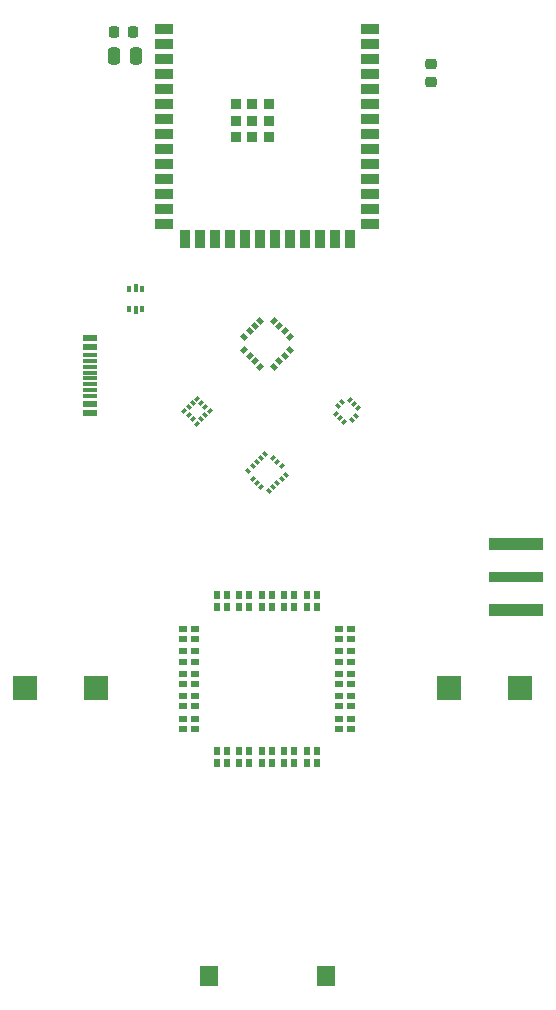
<source format=gbr>
%TF.GenerationSoftware,KiCad,Pcbnew,7.0.1*%
%TF.CreationDate,2024-01-06T20:51:44-05:00*%
%TF.ProjectId,Io-v2-Board,496f2d76-322d-4426-9f61-72642e6b6963,rev?*%
%TF.SameCoordinates,Original*%
%TF.FileFunction,Paste,Top*%
%TF.FilePolarity,Positive*%
%FSLAX46Y46*%
G04 Gerber Fmt 4.6, Leading zero omitted, Abs format (unit mm)*
G04 Created by KiCad (PCBNEW 7.0.1) date 2024-01-06 20:51:44*
%MOMM*%
%LPD*%
G01*
G04 APERTURE LIST*
G04 Aperture macros list*
%AMRoundRect*
0 Rectangle with rounded corners*
0 $1 Rounding radius*
0 $2 $3 $4 $5 $6 $7 $8 $9 X,Y pos of 4 corners*
0 Add a 4 corners polygon primitive as box body*
4,1,4,$2,$3,$4,$5,$6,$7,$8,$9,$2,$3,0*
0 Add four circle primitives for the rounded corners*
1,1,$1+$1,$2,$3*
1,1,$1+$1,$4,$5*
1,1,$1+$1,$6,$7*
1,1,$1+$1,$8,$9*
0 Add four rect primitives between the rounded corners*
20,1,$1+$1,$2,$3,$4,$5,0*
20,1,$1+$1,$4,$5,$6,$7,0*
20,1,$1+$1,$6,$7,$8,$9,0*
20,1,$1+$1,$8,$9,$2,$3,0*%
%AMRotRect*
0 Rectangle, with rotation*
0 The origin of the aperture is its center*
0 $1 length*
0 $2 width*
0 $3 Rotation angle, in degrees counterclockwise*
0 Add horizontal line*
21,1,$1,$2,0,0,$3*%
G04 Aperture macros list end*
%ADD10RoundRect,0.225000X0.225000X0.250000X-0.225000X0.250000X-0.225000X-0.250000X0.225000X-0.250000X0*%
%ADD11RoundRect,0.250000X0.250000X0.475000X-0.250000X0.475000X-0.250000X-0.475000X0.250000X-0.475000X0*%
%ADD12R,1.150000X0.300000*%
%ADD13R,1.150000X0.600000*%
%ADD14R,1.500000X1.700000*%
%ADD15R,2.000000X2.000000*%
%ADD16R,0.375000X0.500000*%
%ADD17R,0.300000X0.650000*%
%ADD18R,0.720000X0.580000*%
%ADD19R,0.580000X0.720000*%
%ADD20RotRect,0.406400X0.508000X45.000000*%
%ADD21RotRect,0.406400X0.508000X315.000000*%
%ADD22RotRect,0.376682X0.351536X225.000000*%
%ADD23RotRect,0.376682X0.351536X315.000000*%
%ADD24RoundRect,0.218750X0.256250X-0.218750X0.256250X0.218750X-0.256250X0.218750X-0.256250X-0.218750X0*%
%ADD25RotRect,0.355600X0.457200X45.000000*%
%ADD26RotRect,0.355600X0.457200X315.000000*%
%ADD27R,1.498600X0.889000*%
%ADD28R,0.889000X1.498600*%
%ADD29R,0.889000X0.889000*%
%ADD30RotRect,0.351536X0.376682X45.000000*%
%ADD31RotRect,0.351536X0.376682X315.000000*%
%ADD32R,4.560000X1.000000*%
%ADD33R,4.560000X0.850000*%
G04 APERTURE END LIST*
D10*
%TO.C,C19*%
X105042000Y-36703000D03*
X103492000Y-36703000D03*
%TD*%
D11*
%TO.C,C13*%
X105344000Y-38735000D03*
X103444000Y-38735000D03*
%TD*%
D12*
%TO.C,J2*%
X101402000Y-64005000D03*
X101402000Y-65005000D03*
X101402000Y-66505000D03*
X101402000Y-67505000D03*
D13*
X101402000Y-68155000D03*
X101402000Y-68955000D03*
D12*
X101402000Y-67005000D03*
X101402000Y-66005000D03*
X101402000Y-65505000D03*
X101402000Y-64505000D03*
D13*
X101402000Y-63355000D03*
X101402000Y-62555000D03*
%TD*%
D14*
%TO.C,LS1*%
X111509000Y-116586000D03*
X121409000Y-116586000D03*
%TD*%
D15*
%TO.C,S1*%
X131795000Y-92202000D03*
X137795000Y-92202000D03*
%TD*%
D16*
%TO.C,U5*%
X104745500Y-60159000D03*
D17*
X105283000Y-60234000D03*
D16*
X105820500Y-60159000D03*
X105820500Y-58459000D03*
D17*
X105283000Y-58384000D03*
D16*
X104745500Y-58459000D03*
%TD*%
D18*
%TO.C,U9*%
X123505000Y-95669000D03*
X123505000Y-94819000D03*
X123505000Y-93769000D03*
X123505000Y-92919000D03*
X123505000Y-91869000D03*
X123505000Y-91019000D03*
X123505000Y-89969000D03*
X123505000Y-89119000D03*
X123505000Y-88069000D03*
X123505000Y-87219000D03*
X122505000Y-95669000D03*
X122505000Y-94819000D03*
X122505000Y-93769000D03*
X122505000Y-92919000D03*
X122505000Y-91869000D03*
X122505000Y-91019000D03*
X122505000Y-89969000D03*
X122505000Y-89119000D03*
X122505000Y-88069000D03*
X122505000Y-87219000D03*
D19*
X120630000Y-98544000D03*
X120630000Y-97544000D03*
X120630000Y-85344000D03*
X120630000Y-84344000D03*
X119780000Y-98544000D03*
X119780000Y-97544000D03*
X119780000Y-85344000D03*
X119780000Y-84344000D03*
X118730000Y-98544000D03*
X118730000Y-97544000D03*
X118730000Y-85344000D03*
X118730000Y-84344000D03*
X117880000Y-98544000D03*
X117880000Y-97544000D03*
X117880000Y-85344000D03*
X117880000Y-84344000D03*
X116830000Y-98544000D03*
X116830000Y-97544000D03*
X116830000Y-85344000D03*
X116830000Y-84344000D03*
X115980000Y-98544000D03*
X115980000Y-97544000D03*
X115980000Y-85344000D03*
X115980000Y-84344000D03*
X114930000Y-98544000D03*
X114930000Y-97544000D03*
X114930000Y-85344000D03*
X114930000Y-84344000D03*
X114080000Y-98544000D03*
X114080000Y-97544000D03*
X114080000Y-85344000D03*
X114080000Y-84344000D03*
X113030000Y-98544000D03*
X113030000Y-97544000D03*
X113030000Y-85344000D03*
X113030000Y-84344000D03*
X112180000Y-98544000D03*
X112180000Y-97544000D03*
X112180000Y-85344000D03*
X112180000Y-84344000D03*
D18*
X110305000Y-95669000D03*
X110305000Y-94819000D03*
X110305000Y-93769000D03*
X110305000Y-92919000D03*
X110305000Y-91869000D03*
X110305000Y-91019000D03*
X110305000Y-89969000D03*
X110305000Y-89119000D03*
X110305000Y-88069000D03*
X110305000Y-87219000D03*
X109305000Y-95669000D03*
X109305000Y-94819000D03*
X109305000Y-93769000D03*
X109305000Y-92919000D03*
X109305000Y-91869000D03*
X109305000Y-91019000D03*
X109305000Y-89969000D03*
X109305000Y-89119000D03*
X109305000Y-88069000D03*
X109305000Y-87219000D03*
%TD*%
D15*
%TO.C,S2*%
X101933000Y-92202000D03*
X95933000Y-92202000D03*
%TD*%
D20*
%TO.C,U4*%
X115855193Y-61106336D03*
X115395575Y-61565954D03*
X114935954Y-62025575D03*
X114476336Y-62485193D03*
D21*
X114476336Y-63620807D03*
X114935954Y-64080425D03*
X115395575Y-64540046D03*
X115855193Y-64999664D03*
D20*
X116990807Y-64999664D03*
X117450425Y-64540046D03*
X117910046Y-64080425D03*
X118369664Y-63620807D03*
D21*
X118369664Y-62485193D03*
X117910046Y-62025575D03*
X117450425Y-61565954D03*
X116990807Y-61106336D03*
%TD*%
D22*
%TO.C,U7*%
X111550662Y-68768000D03*
X111197107Y-68414446D03*
X110843554Y-68060893D03*
X110490000Y-67707338D03*
D23*
X110136446Y-68060893D03*
X109782893Y-68414446D03*
D22*
X109429338Y-68768000D03*
X109782893Y-69121554D03*
X110136446Y-69475107D03*
X110490000Y-69828662D03*
D23*
X110843554Y-69475107D03*
X111197107Y-69121554D03*
%TD*%
D24*
%TO.C,D2*%
X130302000Y-40919500D03*
X130302000Y-39344500D03*
%TD*%
D25*
%TO.C,U2*%
X116255454Y-72392884D03*
X115901811Y-72746526D03*
X115548169Y-73100169D03*
X115194526Y-73453811D03*
X114840884Y-73807454D03*
D26*
X115194526Y-74496189D03*
X115548169Y-74849831D03*
X115901811Y-75203474D03*
D25*
X116590546Y-75557116D03*
X116944189Y-75203474D03*
X117297831Y-74849831D03*
X117651474Y-74496189D03*
X118005116Y-74142546D03*
D26*
X117651474Y-73453811D03*
X117297831Y-73100169D03*
X116944189Y-72746526D03*
%TD*%
D27*
%TO.C,U1*%
X107673000Y-36449000D03*
X107673000Y-37719000D03*
X107673000Y-38989000D03*
X107673000Y-40259000D03*
X107673000Y-41529000D03*
X107673000Y-42799000D03*
X107673000Y-44069000D03*
X107673000Y-45339000D03*
X107673000Y-46609000D03*
X107673000Y-47879000D03*
X107673000Y-49149000D03*
X107673000Y-50419000D03*
X107673000Y-51689000D03*
X107673000Y-52959000D03*
D28*
X109438000Y-54209000D03*
X110708000Y-54209000D03*
X111978000Y-54209000D03*
X113248000Y-54209000D03*
X114518000Y-54209000D03*
X115788000Y-54209000D03*
X117058000Y-54209000D03*
X118328000Y-54209000D03*
X119598000Y-54209000D03*
X120868000Y-54209000D03*
X122138000Y-54209000D03*
X123408000Y-54209000D03*
D27*
X125173000Y-52959000D03*
X125173000Y-51689000D03*
X125173000Y-50419000D03*
X125173000Y-49149000D03*
X125173000Y-47879000D03*
X125173000Y-46609000D03*
X125173000Y-45339000D03*
X125173000Y-44069000D03*
X125173000Y-42799000D03*
X125173000Y-41529000D03*
X125173000Y-40259000D03*
X125173000Y-38989000D03*
X125173000Y-37719000D03*
X125173000Y-36449000D03*
D29*
X115173000Y-44169000D03*
X115173000Y-42769000D03*
X113773000Y-42769000D03*
X113773000Y-44169000D03*
X113773000Y-45569000D03*
X115173000Y-45569000D03*
X116573000Y-45569000D03*
X116573000Y-44169000D03*
X116573000Y-42769000D03*
%TD*%
D30*
%TO.C,U6*%
X122781504Y-68005951D03*
X122427951Y-68359504D03*
D31*
X122251175Y-68999720D03*
X122604728Y-69353272D03*
X122958280Y-69706825D03*
D30*
X123598496Y-69530049D03*
X123952049Y-69176496D03*
D31*
X124128825Y-68536280D03*
X123775272Y-68182728D03*
X123421720Y-67829175D03*
%TD*%
D32*
%TO.C,J7*%
X137527500Y-80058000D03*
X137527500Y-85598000D03*
D33*
X137527500Y-82828000D03*
%TD*%
M02*

</source>
